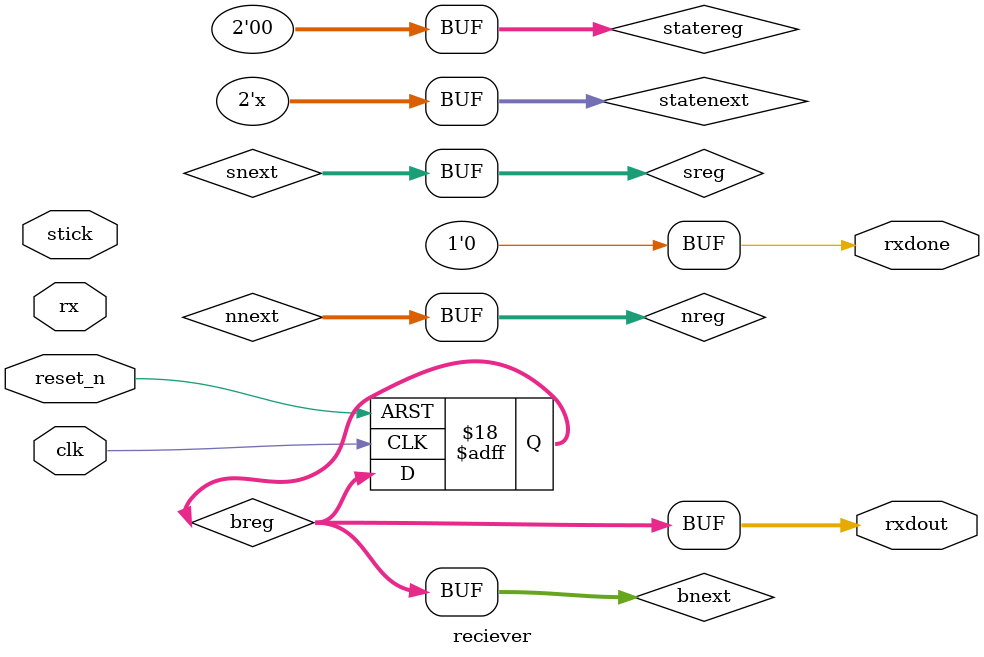
<source format=v>
`timescale 1ns / 1ps


module reciever#(parameter dbit=8,sbtick=16)(input clk,reset_n,
                                              rx,stick,
                                              output reg rxdone,
                                              output [dbit-1:0] rxdout);
        localparam idle=0,start=1,data=2,stop=4;
        
        reg [1:0] statereg,statenext;
        reg [3:0] snext,sreg;  //counts ticks from timer 16 ticks for one sample length
        reg [$clog2(dbit):0] nnext,nreg; // counts number of bits transmitters
        reg [dbit-1:0] breg,bnext;  //holds value of transmitter bits
        
        //sequential logic
        always@(posedge clk,negedge reset_n)
        begin
            if(~reset_n)
                begin
                    statereg<=idle;
                    sreg<='b0;
                    nreg<='b0;
                    breg<='b0;
                end
            else 
                begin
                    statereg<=statenext;
                    sreg<=snext;
                    nreg<=nnext;
                    breg<=bnext;
                end
         end 
        //combinational
        always@(*)
        begin 
            statenext=statereg;
            nnext=nreg;
            snext=sreg;
            bnext=breg;
            rxdone=1'b0;
            case(statereg)
                idle:  
                    begin
                            if(~rx)
                            begin
                                snext=0;
                                statenext=start;
                            end
                    end
                 start:
                    begin
                            if(stick)
                            begin
                                if(sreg==7)
                                begin
                                    snext=0;
                                    nnext=0;
                                    statenext=data;
                                    
                                end
                                else
                                    snext=sreg+1;
                            end
                    end
                 data:
                    begin
                            if(stick)
                            begin
                                if(sreg==15)
                                begin   
                                    snext=0;
                                    bnext={rx,breg[dbit-1:1]};//right shift
                                    if(nreg==dbit-1)
                                    begin
                                        statenext=stop;
                                    end
                                    else 
                                        nnext=nreg+1;
                                end
                                else 
                                    snext=sreg+1;
                            end 
                            
                    end
                 stop:
                 begin
                    if(stick)
                    begin
                        if(sreg==sbtick-1)
                        begin
                            rxdone=1'b1;
                            statenext=idle;
                            
                        end
                        else 
                            snext=sreg+1;  
                     end
                    
                 end
                 default:statereg=idle; 
            endcase
            
        end
        
        //output logic
        assign rxdout=breg;
endmodule

</source>
